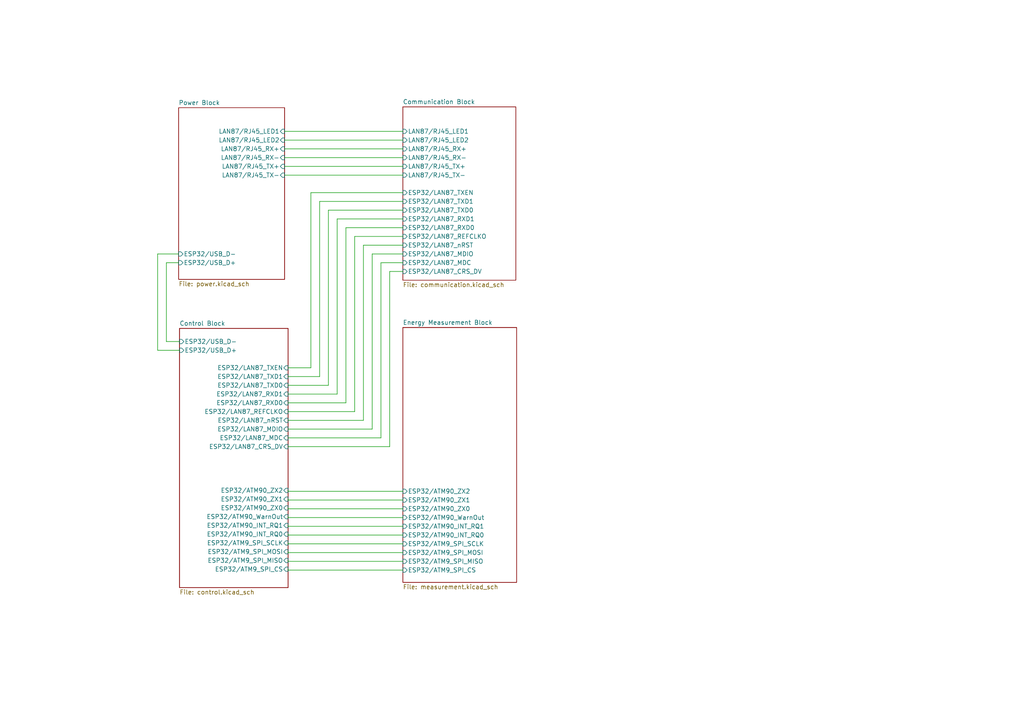
<source format=kicad_sch>
(kicad_sch
	(version 20250114)
	(generator "eeschema")
	(generator_version "9.0")
	(uuid "c13be163-d59c-4b47-a160-3609fdc1f251")
	(paper "A4")
	(title_block
		(title "Office Energy Monitor")
		(rev "Fredys Matos")
		(company "InGnia Tech")
	)
	(lib_symbols)
	(wire
		(pts
			(xy 83.566 114.3) (xy 97.79 114.3)
		)
		(stroke
			(width 0)
			(type default)
		)
		(uuid "0003f46d-6429-46fe-82ef-dd217e7c2f3d")
	)
	(wire
		(pts
			(xy 82.55 40.64) (xy 116.84 40.64)
		)
		(stroke
			(width 0)
			(type default)
		)
		(uuid "00f831c9-5138-4a60-a7ef-760ff408e514")
	)
	(wire
		(pts
			(xy 90.17 55.88) (xy 116.84 55.88)
		)
		(stroke
			(width 0)
			(type default)
		)
		(uuid "038ed6e0-0fc7-4adb-b1d4-f1d5a0761a38")
	)
	(wire
		(pts
			(xy 90.17 106.68) (xy 90.17 55.88)
		)
		(stroke
			(width 0)
			(type default)
		)
		(uuid "045a00f7-48a9-499c-af42-9b48f4acba86")
	)
	(wire
		(pts
			(xy 83.566 155.194) (xy 83.566 154.94)
		)
		(stroke
			(width 0)
			(type default)
		)
		(uuid "05acd382-0f3a-4c77-8ead-59fcf354017a")
	)
	(wire
		(pts
			(xy 48.26 76.2) (xy 51.816 76.2)
		)
		(stroke
			(width 0)
			(type default)
		)
		(uuid "1d58cc28-192c-4870-9083-a2e3a70dfd82")
	)
	(wire
		(pts
			(xy 83.566 145.034) (xy 116.84 145.034)
		)
		(stroke
			(width 0)
			(type default)
		)
		(uuid "20ee4a22-0e73-426e-a493-0b8ad29764af")
	)
	(wire
		(pts
			(xy 110.49 127) (xy 110.49 76.2)
		)
		(stroke
			(width 0)
			(type default)
		)
		(uuid "21e54828-e08b-4963-a293-3d9a57312b7f")
	)
	(wire
		(pts
			(xy 95.25 60.96) (xy 116.84 60.96)
		)
		(stroke
			(width 0)
			(type default)
		)
		(uuid "2bb2882c-89ce-4111-8278-fa645af9070e")
	)
	(wire
		(pts
			(xy 48.26 99.06) (xy 48.26 76.2)
		)
		(stroke
			(width 0)
			(type default)
		)
		(uuid "2c8d3b83-16e1-4646-adde-193fa5614a4c")
	)
	(wire
		(pts
			(xy 95.25 111.76) (xy 95.25 60.96)
		)
		(stroke
			(width 0)
			(type default)
		)
		(uuid "2dc17d49-687e-44d3-bb29-9c7dc29aee2d")
	)
	(wire
		(pts
			(xy 83.566 109.22) (xy 92.71 109.22)
		)
		(stroke
			(width 0)
			(type default)
		)
		(uuid "33ada4e1-6f2a-4b34-8f4c-fa4c0f1ca958")
	)
	(wire
		(pts
			(xy 110.49 76.2) (xy 116.84 76.2)
		)
		(stroke
			(width 0)
			(type default)
		)
		(uuid "33be6b63-42c0-4514-998d-20ae010363df")
	)
	(wire
		(pts
			(xy 83.566 160.274) (xy 116.84 160.274)
		)
		(stroke
			(width 0)
			(type default)
		)
		(uuid "3e60255e-271b-4a86-af40-9c78cecc3108")
	)
	(wire
		(pts
			(xy 83.566 155.194) (xy 116.84 155.194)
		)
		(stroke
			(width 0)
			(type default)
		)
		(uuid "4039780d-6bb1-403b-bc81-d2b90a0b5aae")
	)
	(wire
		(pts
			(xy 83.566 129.54) (xy 113.03 129.54)
		)
		(stroke
			(width 0)
			(type default)
		)
		(uuid "404a372d-e179-4b83-a71b-7078ef8d23bb")
	)
	(wire
		(pts
			(xy 107.95 124.46) (xy 107.95 73.66)
		)
		(stroke
			(width 0)
			(type default)
		)
		(uuid "40f6c2e1-aac2-403d-94ef-33948b5856ce")
	)
	(wire
		(pts
			(xy 83.566 157.734) (xy 116.84 157.734)
		)
		(stroke
			(width 0)
			(type default)
		)
		(uuid "42d0cec7-4f39-4977-ac82-e8bfcbb7e4a1")
	)
	(wire
		(pts
			(xy 92.71 58.42) (xy 116.84 58.42)
		)
		(stroke
			(width 0)
			(type default)
		)
		(uuid "45a5bfc1-a14c-47ac-ac40-f64d019b350e")
	)
	(wire
		(pts
			(xy 83.566 142.494) (xy 116.84 142.494)
		)
		(stroke
			(width 0)
			(type default)
		)
		(uuid "4611eef6-3e68-46eb-a66e-0b81509d363f")
	)
	(wire
		(pts
			(xy 45.72 73.66) (xy 45.72 101.6)
		)
		(stroke
			(width 0)
			(type default)
		)
		(uuid "4d107719-0f19-42a5-9c50-47111840ab04")
	)
	(wire
		(pts
			(xy 83.566 116.84) (xy 100.33 116.84)
		)
		(stroke
			(width 0)
			(type default)
		)
		(uuid "4fd8c326-242a-4224-ad41-0cc3684884b9")
	)
	(wire
		(pts
			(xy 102.87 119.38) (xy 102.87 68.58)
		)
		(stroke
			(width 0)
			(type default)
		)
		(uuid "5283661f-13d9-4eed-bf7f-38d1bcee8ef4")
	)
	(wire
		(pts
			(xy 48.26 99.06) (xy 52.07 99.06)
		)
		(stroke
			(width 0)
			(type default)
		)
		(uuid "55c82563-b3e5-4e3a-98f5-f81c2fe491ce")
	)
	(wire
		(pts
			(xy 82.55 38.1) (xy 116.84 38.1)
		)
		(stroke
			(width 0)
			(type default)
		)
		(uuid "572305fc-bf91-4464-b7d6-8dac60569d7c")
	)
	(wire
		(pts
			(xy 113.03 78.74) (xy 116.84 78.74)
		)
		(stroke
			(width 0)
			(type default)
		)
		(uuid "5733835e-169d-4444-9316-708e0568f7b4")
	)
	(wire
		(pts
			(xy 83.566 121.92) (xy 105.41 121.92)
		)
		(stroke
			(width 0)
			(type default)
		)
		(uuid "5b0ca483-0268-42ba-964f-c2511e22cb5a")
	)
	(wire
		(pts
			(xy 113.03 129.54) (xy 113.03 78.74)
		)
		(stroke
			(width 0)
			(type default)
		)
		(uuid "5c0962ff-1c9b-4d96-b81c-864b6bcd1dfe")
	)
	(wire
		(pts
			(xy 83.566 124.46) (xy 107.95 124.46)
		)
		(stroke
			(width 0)
			(type default)
		)
		(uuid "5cbfe976-f6f6-4833-9c23-60b91a316791")
	)
	(wire
		(pts
			(xy 83.566 142.494) (xy 83.566 142.24)
		)
		(stroke
			(width 0)
			(type default)
		)
		(uuid "5cc2f054-c205-4fb1-84dd-17117053b573")
	)
	(wire
		(pts
			(xy 83.566 145.034) (xy 83.566 144.78)
		)
		(stroke
			(width 0)
			(type default)
		)
		(uuid "5d78f801-2f4e-4a24-bb0a-6122d9a29b54")
	)
	(wire
		(pts
			(xy 100.33 66.04) (xy 116.84 66.04)
		)
		(stroke
			(width 0)
			(type default)
		)
		(uuid "5ff0a193-c220-43d2-ba01-e9f346d8bd64")
	)
	(wire
		(pts
			(xy 83.566 162.814) (xy 116.84 162.814)
		)
		(stroke
			(width 0)
			(type default)
		)
		(uuid "7b64aa51-bef8-4a94-9655-ec93aa545abe")
	)
	(wire
		(pts
			(xy 82.55 43.18) (xy 116.84 43.18)
		)
		(stroke
			(width 0)
			(type default)
		)
		(uuid "7c0f69d2-725f-4306-bb06-87cb7d1a6fa0")
	)
	(wire
		(pts
			(xy 83.566 147.574) (xy 116.84 147.574)
		)
		(stroke
			(width 0)
			(type default)
		)
		(uuid "7f7c78fd-76ba-4e79-8c19-f2ba62e170c8")
	)
	(wire
		(pts
			(xy 83.566 150.114) (xy 83.566 149.86)
		)
		(stroke
			(width 0)
			(type default)
		)
		(uuid "8658ad89-6af0-4a8d-950a-8fd198e4f642")
	)
	(wire
		(pts
			(xy 83.566 160.274) (xy 83.566 160.02)
		)
		(stroke
			(width 0)
			(type default)
		)
		(uuid "8708283f-43c9-4d7b-842f-0a0008009c76")
	)
	(wire
		(pts
			(xy 102.87 68.58) (xy 116.84 68.58)
		)
		(stroke
			(width 0)
			(type default)
		)
		(uuid "8e96b0ef-7c5c-48e8-b188-c394f6f18169")
	)
	(wire
		(pts
			(xy 97.79 63.5) (xy 116.84 63.5)
		)
		(stroke
			(width 0)
			(type default)
		)
		(uuid "91dc0467-bcbc-458e-9006-429f65aff50d")
	)
	(wire
		(pts
			(xy 107.95 73.66) (xy 116.84 73.66)
		)
		(stroke
			(width 0)
			(type default)
		)
		(uuid "937fa7cf-f89a-4e8e-85ab-dec57951932b")
	)
	(wire
		(pts
			(xy 45.72 101.6) (xy 52.07 101.6)
		)
		(stroke
			(width 0)
			(type default)
		)
		(uuid "957ebc52-cd2d-40da-a842-ad7e7fb51059")
	)
	(wire
		(pts
			(xy 51.816 73.66) (xy 45.72 73.66)
		)
		(stroke
			(width 0)
			(type default)
		)
		(uuid "970f8ff7-d16d-4dc4-a147-28c05274daff")
	)
	(wire
		(pts
			(xy 83.566 147.574) (xy 83.566 147.32)
		)
		(stroke
			(width 0)
			(type default)
		)
		(uuid "978f96b5-62ce-4e09-b703-36389fd3afda")
	)
	(wire
		(pts
			(xy 83.566 157.734) (xy 83.566 157.48)
		)
		(stroke
			(width 0)
			(type default)
		)
		(uuid "9b060e80-b193-4fc9-b49b-e1cd3e928864")
	)
	(wire
		(pts
			(xy 83.566 165.354) (xy 83.566 165.1)
		)
		(stroke
			(width 0)
			(type default)
		)
		(uuid "9b3a34b1-7883-4f7f-96fa-1b36329ac58e")
	)
	(wire
		(pts
			(xy 83.566 127) (xy 110.49 127)
		)
		(stroke
			(width 0)
			(type default)
		)
		(uuid "9c9f0d65-26d3-4b1e-a79b-83b8c4f8659e")
	)
	(wire
		(pts
			(xy 83.566 111.76) (xy 95.25 111.76)
		)
		(stroke
			(width 0)
			(type default)
		)
		(uuid "a1ffe71a-d56d-4faa-b712-3108dadd7b01")
	)
	(wire
		(pts
			(xy 105.41 71.12) (xy 116.84 71.12)
		)
		(stroke
			(width 0)
			(type default)
		)
		(uuid "a58ac1a9-71ad-4570-bd08-5dfbc2f3e370")
	)
	(wire
		(pts
			(xy 100.33 116.84) (xy 100.33 66.04)
		)
		(stroke
			(width 0)
			(type default)
		)
		(uuid "b3a79e0c-b97d-4391-af8a-73e3e7a3fdd2")
	)
	(wire
		(pts
			(xy 83.566 152.654) (xy 116.84 152.654)
		)
		(stroke
			(width 0)
			(type default)
		)
		(uuid "bc1f7741-4d0b-472e-bd1b-57feb97692ae")
	)
	(wire
		(pts
			(xy 82.55 50.8) (xy 116.84 50.8)
		)
		(stroke
			(width 0)
			(type default)
		)
		(uuid "c210808d-ef00-4339-8d06-b6a8e4b7b826")
	)
	(wire
		(pts
			(xy 92.71 109.22) (xy 92.71 58.42)
		)
		(stroke
			(width 0)
			(type default)
		)
		(uuid "c4a8e9d3-4ed2-4af7-aba4-d5d346a3b0aa")
	)
	(wire
		(pts
			(xy 83.566 119.38) (xy 102.87 119.38)
		)
		(stroke
			(width 0)
			(type default)
		)
		(uuid "c4bfdcd5-741c-40ec-a8a2-2f71fb779dea")
	)
	(wire
		(pts
			(xy 83.566 152.654) (xy 83.566 152.4)
		)
		(stroke
			(width 0)
			(type default)
		)
		(uuid "c4e90b47-7513-4dd5-a22c-cb2b3cc1b42d")
	)
	(wire
		(pts
			(xy 97.79 114.3) (xy 97.79 63.5)
		)
		(stroke
			(width 0)
			(type default)
		)
		(uuid "cf293684-fb29-4025-aef9-c700ac5b3a81")
	)
	(wire
		(pts
			(xy 83.566 106.68) (xy 90.17 106.68)
		)
		(stroke
			(width 0)
			(type default)
		)
		(uuid "d1b284ac-07fa-4976-92db-a95eb2c0ddd9")
	)
	(wire
		(pts
			(xy 83.566 165.354) (xy 116.84 165.354)
		)
		(stroke
			(width 0)
			(type default)
		)
		(uuid "d7ca7f01-956a-4a45-83b6-55c1652962ad")
	)
	(wire
		(pts
			(xy 82.55 45.72) (xy 116.84 45.72)
		)
		(stroke
			(width 0)
			(type default)
		)
		(uuid "d953b7b9-165c-4eb6-aa1f-ad082d0b18c7")
	)
	(wire
		(pts
			(xy 105.41 121.92) (xy 105.41 71.12)
		)
		(stroke
			(width 0)
			(type default)
		)
		(uuid "e2e1dfed-36f6-4d9f-bb8e-4096d30b0d5e")
	)
	(wire
		(pts
			(xy 83.566 150.114) (xy 116.84 150.114)
		)
		(stroke
			(width 0)
			(type default)
		)
		(uuid "f47dfb39-b413-49c5-8b1f-52be67dcaaee")
	)
	(wire
		(pts
			(xy 82.55 48.26) (xy 116.84 48.26)
		)
		(stroke
			(width 0)
			(type default)
		)
		(uuid "f8627e85-3546-4c7c-9b5a-498fcdf289ca")
	)
	(wire
		(pts
			(xy 83.566 162.814) (xy 83.566 162.56)
		)
		(stroke
			(width 0)
			(type default)
		)
		(uuid "f98589fc-7762-4c7e-858c-13c59d1057b0")
	)
	(sheet
		(at 116.84 94.996)
		(size 33.02 73.914)
		(exclude_from_sim no)
		(in_bom yes)
		(on_board yes)
		(dnp no)
		(fields_autoplaced yes)
		(stroke
			(width 0.1524)
			(type solid)
		)
		(fill
			(color 0 0 0 0.0000)
		)
		(uuid "310bbc39-a74c-43d9-9713-7abf654ab268")
		(property "Sheetname" "Energy Measurement Block"
			(at 116.84 94.2844 0)
			(effects
				(font
					(size 1.27 1.27)
				)
				(justify left bottom)
			)
		)
		(property "Sheetfile" "measurement.kicad_sch"
			(at 116.84 169.4946 0)
			(effects
				(font
					(size 1.27 1.27)
				)
				(justify left top)
			)
		)
		(pin "ESP32{slash}ATM9_SPI_CS" input
			(at 116.84 165.354 180)
			(uuid "3db9c58e-20ba-456a-80b7-d01a3bbba930")
			(effects
				(font
					(size 1.27 1.27)
				)
				(justify left)
			)
		)
		(pin "ESP32{slash}ATM9_SPI_MISO" input
			(at 116.84 162.814 180)
			(uuid "117c360c-79c0-4af3-b19b-eb6344f44181")
			(effects
				(font
					(size 1.27 1.27)
				)
				(justify left)
			)
		)
		(pin "ESP32{slash}ATM9_SPI_MOSI" input
			(at 116.84 160.274 180)
			(uuid "c6d6a227-b509-4359-8a43-96ee631d035d")
			(effects
				(font
					(size 1.27 1.27)
				)
				(justify left)
			)
		)
		(pin "ESP32{slash}ATM9_SPI_SCLK" input
			(at 116.84 157.734 180)
			(uuid "1fd29b26-ae07-421b-9d92-cf504bd0f82f")
			(effects
				(font
					(size 1.27 1.27)
				)
				(justify left)
			)
		)
		(pin "ESP32{slash}ATM90_INT_RQ0" input
			(at 116.84 155.194 180)
			(uuid "ed805084-7c28-4ec0-bdcf-774c2eea73f0")
			(effects
				(font
					(size 1.27 1.27)
				)
				(justify left)
			)
		)
		(pin "ESP32{slash}ATM90_INT_RQ1" input
			(at 116.84 152.654 180)
			(uuid "f9f66a56-57c8-4770-94c2-03e3dfa10542")
			(effects
				(font
					(size 1.27 1.27)
				)
				(justify left)
			)
		)
		(pin "ESP32{slash}ATM90_WarnOut" input
			(at 116.84 150.114 180)
			(uuid "1cc9115b-d217-4a65-b1b0-7c21ad980455")
			(effects
				(font
					(size 1.27 1.27)
				)
				(justify left)
			)
		)
		(pin "ESP32{slash}ATM90_ZX0" input
			(at 116.84 147.574 180)
			(uuid "551d5995-8c24-4cdb-96c8-e3a33dc802df")
			(effects
				(font
					(size 1.27 1.27)
				)
				(justify left)
			)
		)
		(pin "ESP32{slash}ATM90_ZX1" input
			(at 116.84 145.034 180)
			(uuid "4b3832a9-64d8-4797-a0d2-efb9bdcef395")
			(effects
				(font
					(size 1.27 1.27)
				)
				(justify left)
			)
		)
		(pin "ESP32{slash}ATM90_ZX2" input
			(at 116.84 142.494 180)
			(uuid "3f383667-1f57-4169-be3a-d7ba939e849c")
			(effects
				(font
					(size 1.27 1.27)
				)
				(justify left)
			)
		)
		(instances
			(project "Smart_Switch_with_Energy_Monitoring"
				(path "/c13be163-d59c-4b47-a160-3609fdc1f251"
					(page "4")
				)
			)
		)
	)
	(sheet
		(at 116.84 30.988)
		(size 32.766 50.292)
		(exclude_from_sim no)
		(in_bom yes)
		(on_board yes)
		(dnp no)
		(fields_autoplaced yes)
		(stroke
			(width 0.1524)
			(type solid)
		)
		(fill
			(color 0 0 0 0.0000)
		)
		(uuid "6c852326-9731-4046-afcf-7ba123407d33")
		(property "Sheetname" "Communication Block"
			(at 116.84 30.2764 0)
			(effects
				(font
					(size 1.27 1.27)
				)
				(justify left bottom)
			)
		)
		(property "Sheetfile" "communication.kicad_sch"
			(at 116.84 81.8646 0)
			(effects
				(font
					(size 1.27 1.27)
				)
				(justify left top)
			)
		)
		(pin "ESP32{slash}LAN87_CRS_DV" input
			(at 116.84 78.74 180)
			(uuid "0d67a8ff-3d43-42ff-b9dc-03e657f820a8")
			(effects
				(font
					(size 1.27 1.27)
				)
				(justify left)
			)
		)
		(pin "ESP32{slash}LAN87_MDC" input
			(at 116.84 76.2 180)
			(uuid "6d709307-387b-461c-ac15-3746ff1f6a53")
			(effects
				(font
					(size 1.27 1.27)
				)
				(justify left)
			)
		)
		(pin "ESP32{slash}LAN87_MDIO" input
			(at 116.84 73.66 180)
			(uuid "fbfdc960-b217-4020-9cb3-ddcbafc41373")
			(effects
				(font
					(size 1.27 1.27)
				)
				(justify left)
			)
		)
		(pin "ESP32{slash}LAN87_nRST" input
			(at 116.84 71.12 180)
			(uuid "59110951-240d-4ce2-8061-ab26b4d60865")
			(effects
				(font
					(size 1.27 1.27)
				)
				(justify left)
			)
		)
		(pin "ESP32{slash}LAN87_REFCLKO" input
			(at 116.84 68.58 180)
			(uuid "a945a3e3-ddff-499e-8581-f477709077dc")
			(effects
				(font
					(size 1.27 1.27)
				)
				(justify left)
			)
		)
		(pin "ESP32{slash}LAN87_RXD0" input
			(at 116.84 66.04 180)
			(uuid "b4cc3f90-e34f-4898-9673-967be17d1fcb")
			(effects
				(font
					(size 1.27 1.27)
				)
				(justify left)
			)
		)
		(pin "ESP32{slash}LAN87_RXD1" input
			(at 116.84 63.5 180)
			(uuid "69dd8ee8-f3af-42b2-8253-7da54b016997")
			(effects
				(font
					(size 1.27 1.27)
				)
				(justify left)
			)
		)
		(pin "ESP32{slash}LAN87_TXD0" input
			(at 116.84 60.96 180)
			(uuid "d58280a9-23b3-4aa9-9760-56e65a496b1e")
			(effects
				(font
					(size 1.27 1.27)
				)
				(justify left)
			)
		)
		(pin "ESP32{slash}LAN87_TXD1" input
			(at 116.84 58.42 180)
			(uuid "7f671f8e-154a-4b1e-bb1f-bab2ad7a9e61")
			(effects
				(font
					(size 1.27 1.27)
				)
				(justify left)
			)
		)
		(pin "ESP32{slash}LAN87_TXEN" input
			(at 116.84 55.88 180)
			(uuid "bf4f2c17-d8cc-43ba-a936-c23ee31ed073")
			(effects
				(font
					(size 1.27 1.27)
				)
				(justify left)
			)
		)
		(pin "LAN87{slash}RJ45_LED1" input
			(at 116.84 38.1 180)
			(uuid "ed60faa3-9543-4c0a-881d-d829f7ec2915")
			(effects
				(font
					(size 1.27 1.27)
				)
				(justify left)
			)
		)
		(pin "LAN87{slash}RJ45_LED2" input
			(at 116.84 40.64 180)
			(uuid "4e82e77a-5fe2-4057-8c14-587c6505248a")
			(effects
				(font
					(size 1.27 1.27)
				)
				(justify left)
			)
		)
		(pin "LAN87{slash}RJ45_RX+" input
			(at 116.84 43.18 180)
			(uuid "044de0f3-da8a-446c-bee3-235b435afdbe")
			(effects
				(font
					(size 1.27 1.27)
				)
				(justify left)
			)
		)
		(pin "LAN87{slash}RJ45_RX-" input
			(at 116.84 45.72 180)
			(uuid "d5707fc6-f29d-40e7-94f6-03bb0a4a4855")
			(effects
				(font
					(size 1.27 1.27)
				)
				(justify left)
			)
		)
		(pin "LAN87{slash}RJ45_TX+" input
			(at 116.84 48.26 180)
			(uuid "dfb1d7fe-af05-46ca-a4dd-b1fa19006ca1")
			(effects
				(font
					(size 1.27 1.27)
				)
				(justify left)
			)
		)
		(pin "LAN87{slash}RJ45_TX-" input
			(at 116.84 50.8 180)
			(uuid "02845730-bb5a-493f-a173-15510e8c46d9")
			(effects
				(font
					(size 1.27 1.27)
				)
				(justify left)
			)
		)
		(instances
			(project "Smart_Switch_with_Energy_Monitoring"
				(path "/c13be163-d59c-4b47-a160-3609fdc1f251"
					(page "6")
				)
			)
		)
	)
	(sheet
		(at 52.07 95.25)
		(size 31.496 75.184)
		(exclude_from_sim no)
		(in_bom yes)
		(on_board yes)
		(dnp no)
		(fields_autoplaced yes)
		(stroke
			(width 0.1524)
			(type solid)
		)
		(fill
			(color 0 0 0 0.0000)
		)
		(uuid "b7d4d96d-17ef-4ea3-8006-467b11c84d53")
		(property "Sheetname" "Control Block"
			(at 52.07 94.5384 0)
			(effects
				(font
					(size 1.27 1.27)
				)
				(justify left bottom)
			)
		)
		(property "Sheetfile" "control.kicad_sch"
			(at 52.07 171.0186 0)
			(effects
				(font
					(size 1.27 1.27)
				)
				(justify left top)
			)
		)
		(pin "ESP32{slash}ATM9_SPI_CS" input
			(at 83.566 165.1 0)
			(uuid "844c30b9-209f-4793-ba32-c9f53154b775")
			(effects
				(font
					(size 1.27 1.27)
				)
				(justify right)
			)
		)
		(pin "ESP32{slash}ATM9_SPI_MISO" input
			(at 83.566 162.56 0)
			(uuid "e1d570e3-b375-4e18-b285-2def6b42c2cd")
			(effects
				(font
					(size 1.27 1.27)
				)
				(justify right)
			)
		)
		(pin "ESP32{slash}ATM9_SPI_MOSI" input
			(at 83.566 160.02 0)
			(uuid "35054a68-9282-4bff-b4c5-3a1b7bb9d98f")
			(effects
				(font
					(size 1.27 1.27)
				)
				(justify right)
			)
		)
		(pin "ESP32{slash}ATM9_SPI_SCLK" input
			(at 83.566 157.48 0)
			(uuid "c70e1b87-1cc5-4261-bdd2-b182f60ebe56")
			(effects
				(font
					(size 1.27 1.27)
				)
				(justify right)
			)
		)
		(pin "ESP32{slash}ATM90_INT_RQ0" input
			(at 83.566 154.94 0)
			(uuid "caed21a8-eae5-4393-964e-5bec8f1152b2")
			(effects
				(font
					(size 1.27 1.27)
				)
				(justify right)
			)
		)
		(pin "ESP32{slash}ATM90_INT_RQ1" input
			(at 83.566 152.4 0)
			(uuid "4ac31269-d3fe-4761-b8d4-9aa6549c1764")
			(effects
				(font
					(size 1.27 1.27)
				)
				(justify right)
			)
		)
		(pin "ESP32{slash}ATM90_WarnOut" input
			(at 83.566 149.86 0)
			(uuid "fa7ff9b6-caa4-40e9-96f6-d48cf73b9f65")
			(effects
				(font
					(size 1.27 1.27)
				)
				(justify right)
			)
		)
		(pin "ESP32{slash}ATM90_ZX0" input
			(at 83.566 147.32 0)
			(uuid "583a2936-c682-4a35-83ca-9b5d58ee64ec")
			(effects
				(font
					(size 1.27 1.27)
				)
				(justify right)
			)
		)
		(pin "ESP32{slash}ATM90_ZX1" input
			(at 83.566 144.78 0)
			(uuid "5a6f1541-08dc-423a-a911-32e696f4db0c")
			(effects
				(font
					(size 1.27 1.27)
				)
				(justify right)
			)
		)
		(pin "ESP32{slash}ATM90_ZX2" input
			(at 83.566 142.24 0)
			(uuid "592e6e4d-ae24-498c-838a-901b10926327")
			(effects
				(font
					(size 1.27 1.27)
				)
				(justify right)
			)
		)
		(pin "ESP32{slash}LAN87_CRS_DV" input
			(at 83.566 129.54 0)
			(uuid "a86329fe-1e7c-41a4-aeaf-1a1459d149fb")
			(effects
				(font
					(size 1.27 1.27)
				)
				(justify right)
			)
		)
		(pin "ESP32{slash}LAN87_MDC" input
			(at 83.566 127 0)
			(uuid "3ad65646-58c4-4d10-8f7c-4c72c49fcf25")
			(effects
				(font
					(size 1.27 1.27)
				)
				(justify right)
			)
		)
		(pin "ESP32{slash}LAN87_MDIO" input
			(at 83.566 124.46 0)
			(uuid "166eec38-f6ca-46f0-93ce-6795457afe26")
			(effects
				(font
					(size 1.27 1.27)
				)
				(justify right)
			)
		)
		(pin "ESP32{slash}LAN87_nRST" input
			(at 83.566 121.92 0)
			(uuid "84f2eec3-e8e3-46aa-93b7-b02821da80a7")
			(effects
				(font
					(size 1.27 1.27)
				)
				(justify right)
			)
		)
		(pin "ESP32{slash}LAN87_REFCLKO" input
			(at 83.566 119.38 0)
			(uuid "a9bb38ba-5847-4766-978d-2d515a8c56f3")
			(effects
				(font
					(size 1.27 1.27)
				)
				(justify right)
			)
		)
		(pin "ESP32{slash}LAN87_RXD0" input
			(at 83.566 116.84 0)
			(uuid "4e4645f1-8975-465e-8064-a1e3d20fcd24")
			(effects
				(font
					(size 1.27 1.27)
				)
				(justify right)
			)
		)
		(pin "ESP32{slash}LAN87_RXD1" input
			(at 83.566 114.3 0)
			(uuid "231c6a1a-e3d6-4aef-902d-a7fae632222d")
			(effects
				(font
					(size 1.27 1.27)
				)
				(justify right)
			)
		)
		(pin "ESP32{slash}LAN87_TXD0" input
			(at 83.566 111.76 0)
			(uuid "cdf98c50-31f2-4f26-94a5-b77a51cfdfb3")
			(effects
				(font
					(size 1.27 1.27)
				)
				(justify right)
			)
		)
		(pin "ESP32{slash}LAN87_TXD1" input
			(at 83.566 109.22 0)
			(uuid "5fc19f97-cc93-458c-acd7-bc2b7a48e3a8")
			(effects
				(font
					(size 1.27 1.27)
				)
				(justify right)
			)
		)
		(pin "ESP32{slash}LAN87_TXEN" input
			(at 83.566 106.68 0)
			(uuid "173671d4-2950-49bf-abff-d271293dcdb5")
			(effects
				(font
					(size 1.27 1.27)
				)
				(justify right)
			)
		)
		(pin "ESP32{slash}USB_D+" input
			(at 52.07 101.6 180)
			(uuid "e6f12cd0-e444-425d-9091-1c2ae2b74a7f")
			(effects
				(font
					(size 1.27 1.27)
				)
				(justify left)
			)
		)
		(pin "ESP32{slash}USB_D-" input
			(at 52.07 99.06 180)
			(uuid "de7f4922-4914-4276-b8df-682deaffd5c8")
			(effects
				(font
					(size 1.27 1.27)
				)
				(justify left)
			)
		)
		(instances
			(project "Smart_Switch_with_Energy_Monitoring"
				(path "/c13be163-d59c-4b47-a160-3609fdc1f251"
					(page "3")
				)
			)
		)
	)
	(sheet
		(at 51.816 31.242)
		(size 30.734 49.784)
		(exclude_from_sim no)
		(in_bom yes)
		(on_board yes)
		(dnp no)
		(fields_autoplaced yes)
		(stroke
			(width 0.1524)
			(type solid)
		)
		(fill
			(color 0 0 0 0.0000)
		)
		(uuid "e6500a7e-0391-4ee1-ab9d-083c8a3da10b")
		(property "Sheetname" "Power Block"
			(at 51.816 30.5304 0)
			(effects
				(font
					(size 1.27 1.27)
				)
				(justify left bottom)
			)
		)
		(property "Sheetfile" "power.kicad_sch"
			(at 51.816 81.6106 0)
			(effects
				(font
					(size 1.27 1.27)
				)
				(justify left top)
			)
		)
		(pin "ESP32{slash}USB_D+" input
			(at 51.816 76.2 180)
			(uuid "a6f66f26-56e9-4236-b3d5-a3d13d437d51")
			(effects
				(font
					(size 1.27 1.27)
				)
				(justify left)
			)
		)
		(pin "ESP32{slash}USB_D-" input
			(at 51.816 73.66 180)
			(uuid "68ff8b83-5908-4ed1-9b5a-7fcf516cfc0d")
			(effects
				(font
					(size 1.27 1.27)
				)
				(justify left)
			)
		)
		(pin "LAN87{slash}RJ45_LED1" input
			(at 82.55 38.1 0)
			(uuid "fad2c1ef-513b-4603-aa1b-9caac1eef33f")
			(effects
				(font
					(size 1.27 1.27)
				)
				(justify right)
			)
		)
		(pin "LAN87{slash}RJ45_LED2" input
			(at 82.55 40.64 0)
			(uuid "7e6cbe6c-0bfe-484b-b0cb-07491be6d011")
			(effects
				(font
					(size 1.27 1.27)
				)
				(justify right)
			)
		)
		(pin "LAN87{slash}RJ45_RX+" input
			(at 82.55 43.18 0)
			(uuid "446863a0-2055-4376-99b3-39d1b20bc41f")
			(effects
				(font
					(size 1.27 1.27)
				)
				(justify right)
			)
		)
		(pin "LAN87{slash}RJ45_RX-" input
			(at 82.55 45.72 0)
			(uuid "47dbebb7-c165-4cea-86c7-ac9ee07a4d38")
			(effects
				(font
					(size 1.27 1.27)
				)
				(justify right)
			)
		)
		(pin "LAN87{slash}RJ45_TX+" input
			(at 82.55 48.26 0)
			(uuid "5bce715f-0cd2-4f67-b584-faa27170c03c")
			(effects
				(font
					(size 1.27 1.27)
				)
				(justify right)
			)
		)
		(pin "LAN87{slash}RJ45_TX-" input
			(at 82.55 50.8 0)
			(uuid "bfda323b-58d8-4778-90ef-4bc6d81e54ec")
			(effects
				(font
					(size 1.27 1.27)
				)
				(justify right)
			)
		)
		(instances
			(project "Smart_Switch_with_Energy_Monitoring"
				(path "/c13be163-d59c-4b47-a160-3609fdc1f251"
					(page "2")
				)
			)
		)
	)
	(sheet_instances
		(path "/"
			(page "1")
		)
	)
	(embedded_fonts no)
)

</source>
